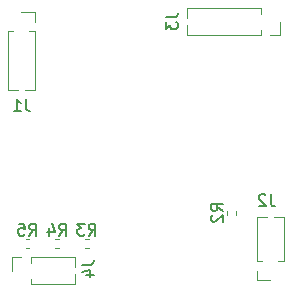
<source format=gbo>
%TF.GenerationSoftware,KiCad,Pcbnew,9.0.5-1.fc42*%
%TF.CreationDate,2025-12-03T04:58:23+01:00*%
%TF.ProjectId,Block-RotaryEncoder-Button,426c6f63-6b2d-4526-9f74-617279456e63,1*%
%TF.SameCoordinates,Original*%
%TF.FileFunction,Legend,Bot*%
%TF.FilePolarity,Positive*%
%FSLAX46Y46*%
G04 Gerber Fmt 4.6, Leading zero omitted, Abs format (unit mm)*
G04 Created by KiCad (PCBNEW 9.0.5-1.fc42) date 2025-12-03 04:58:23*
%MOMM*%
%LPD*%
G01*
G04 APERTURE LIST*
%ADD10C,0.150000*%
%ADD11C,0.120000*%
G04 APERTURE END LIST*
D10*
X133675419Y-123693866D02*
X134389704Y-123693866D01*
X134389704Y-123693866D02*
X134532561Y-123646247D01*
X134532561Y-123646247D02*
X134627800Y-123551009D01*
X134627800Y-123551009D02*
X134675419Y-123408152D01*
X134675419Y-123408152D02*
X134675419Y-123312914D01*
X134008752Y-124598628D02*
X134675419Y-124598628D01*
X133627800Y-124360533D02*
X134342085Y-124122438D01*
X134342085Y-124122438D02*
X134342085Y-124741485D01*
X134227866Y-121230219D02*
X134561199Y-120754028D01*
X134799294Y-121230219D02*
X134799294Y-120230219D01*
X134799294Y-120230219D02*
X134418342Y-120230219D01*
X134418342Y-120230219D02*
X134323104Y-120277838D01*
X134323104Y-120277838D02*
X134275485Y-120325457D01*
X134275485Y-120325457D02*
X134227866Y-120420695D01*
X134227866Y-120420695D02*
X134227866Y-120563552D01*
X134227866Y-120563552D02*
X134275485Y-120658790D01*
X134275485Y-120658790D02*
X134323104Y-120706409D01*
X134323104Y-120706409D02*
X134418342Y-120754028D01*
X134418342Y-120754028D02*
X134799294Y-120754028D01*
X133894532Y-120230219D02*
X133275485Y-120230219D01*
X133275485Y-120230219D02*
X133608818Y-120611171D01*
X133608818Y-120611171D02*
X133465961Y-120611171D01*
X133465961Y-120611171D02*
X133370723Y-120658790D01*
X133370723Y-120658790D02*
X133323104Y-120706409D01*
X133323104Y-120706409D02*
X133275485Y-120801647D01*
X133275485Y-120801647D02*
X133275485Y-121039742D01*
X133275485Y-121039742D02*
X133323104Y-121134980D01*
X133323104Y-121134980D02*
X133370723Y-121182600D01*
X133370723Y-121182600D02*
X133465961Y-121230219D01*
X133465961Y-121230219D02*
X133751675Y-121230219D01*
X133751675Y-121230219D02*
X133846913Y-121182600D01*
X133846913Y-121182600D02*
X133894532Y-121134980D01*
X129198666Y-121230219D02*
X129531999Y-120754028D01*
X129770094Y-121230219D02*
X129770094Y-120230219D01*
X129770094Y-120230219D02*
X129389142Y-120230219D01*
X129389142Y-120230219D02*
X129293904Y-120277838D01*
X129293904Y-120277838D02*
X129246285Y-120325457D01*
X129246285Y-120325457D02*
X129198666Y-120420695D01*
X129198666Y-120420695D02*
X129198666Y-120563552D01*
X129198666Y-120563552D02*
X129246285Y-120658790D01*
X129246285Y-120658790D02*
X129293904Y-120706409D01*
X129293904Y-120706409D02*
X129389142Y-120754028D01*
X129389142Y-120754028D02*
X129770094Y-120754028D01*
X128293904Y-120230219D02*
X128770094Y-120230219D01*
X128770094Y-120230219D02*
X128817713Y-120706409D01*
X128817713Y-120706409D02*
X128770094Y-120658790D01*
X128770094Y-120658790D02*
X128674856Y-120611171D01*
X128674856Y-120611171D02*
X128436761Y-120611171D01*
X128436761Y-120611171D02*
X128341523Y-120658790D01*
X128341523Y-120658790D02*
X128293904Y-120706409D01*
X128293904Y-120706409D02*
X128246285Y-120801647D01*
X128246285Y-120801647D02*
X128246285Y-121039742D01*
X128246285Y-121039742D02*
X128293904Y-121134980D01*
X128293904Y-121134980D02*
X128341523Y-121182600D01*
X128341523Y-121182600D02*
X128436761Y-121230219D01*
X128436761Y-121230219D02*
X128674856Y-121230219D01*
X128674856Y-121230219D02*
X128770094Y-121182600D01*
X128770094Y-121182600D02*
X128817713Y-121134980D01*
X131713266Y-121230219D02*
X132046599Y-120754028D01*
X132284694Y-121230219D02*
X132284694Y-120230219D01*
X132284694Y-120230219D02*
X131903742Y-120230219D01*
X131903742Y-120230219D02*
X131808504Y-120277838D01*
X131808504Y-120277838D02*
X131760885Y-120325457D01*
X131760885Y-120325457D02*
X131713266Y-120420695D01*
X131713266Y-120420695D02*
X131713266Y-120563552D01*
X131713266Y-120563552D02*
X131760885Y-120658790D01*
X131760885Y-120658790D02*
X131808504Y-120706409D01*
X131808504Y-120706409D02*
X131903742Y-120754028D01*
X131903742Y-120754028D02*
X132284694Y-120754028D01*
X130856123Y-120563552D02*
X130856123Y-121230219D01*
X131094218Y-120182600D02*
X131332313Y-120896885D01*
X131332313Y-120896885D02*
X130713266Y-120896885D01*
X145588819Y-119137133D02*
X145112628Y-118803800D01*
X145588819Y-118565705D02*
X144588819Y-118565705D01*
X144588819Y-118565705D02*
X144588819Y-118946657D01*
X144588819Y-118946657D02*
X144636438Y-119041895D01*
X144636438Y-119041895D02*
X144684057Y-119089514D01*
X144684057Y-119089514D02*
X144779295Y-119137133D01*
X144779295Y-119137133D02*
X144922152Y-119137133D01*
X144922152Y-119137133D02*
X145017390Y-119089514D01*
X145017390Y-119089514D02*
X145065009Y-119041895D01*
X145065009Y-119041895D02*
X145112628Y-118946657D01*
X145112628Y-118946657D02*
X145112628Y-118565705D01*
X144684057Y-119518086D02*
X144636438Y-119565705D01*
X144636438Y-119565705D02*
X144588819Y-119660943D01*
X144588819Y-119660943D02*
X144588819Y-119899038D01*
X144588819Y-119899038D02*
X144636438Y-119994276D01*
X144636438Y-119994276D02*
X144684057Y-120041895D01*
X144684057Y-120041895D02*
X144779295Y-120089514D01*
X144779295Y-120089514D02*
X144874533Y-120089514D01*
X144874533Y-120089514D02*
X145017390Y-120041895D01*
X145017390Y-120041895D02*
X145588819Y-119470467D01*
X145588819Y-119470467D02*
X145588819Y-120089514D01*
X149620410Y-117741619D02*
X149620410Y-118455904D01*
X149620410Y-118455904D02*
X149668029Y-118598761D01*
X149668029Y-118598761D02*
X149763267Y-118694000D01*
X149763267Y-118694000D02*
X149906124Y-118741619D01*
X149906124Y-118741619D02*
X150001362Y-118741619D01*
X149191838Y-117836857D02*
X149144219Y-117789238D01*
X149144219Y-117789238D02*
X149048981Y-117741619D01*
X149048981Y-117741619D02*
X148810886Y-117741619D01*
X148810886Y-117741619D02*
X148715648Y-117789238D01*
X148715648Y-117789238D02*
X148668029Y-117836857D01*
X148668029Y-117836857D02*
X148620410Y-117932095D01*
X148620410Y-117932095D02*
X148620410Y-118027333D01*
X148620410Y-118027333D02*
X148668029Y-118170190D01*
X148668029Y-118170190D02*
X149239457Y-118741619D01*
X149239457Y-118741619D02*
X148620410Y-118741619D01*
X128883733Y-109691819D02*
X128883733Y-110406104D01*
X128883733Y-110406104D02*
X128931352Y-110548961D01*
X128931352Y-110548961D02*
X129026590Y-110644200D01*
X129026590Y-110644200D02*
X129169447Y-110691819D01*
X129169447Y-110691819D02*
X129264685Y-110691819D01*
X127883733Y-110691819D02*
X128455161Y-110691819D01*
X128169447Y-110691819D02*
X128169447Y-109691819D01*
X128169447Y-109691819D02*
X128264685Y-109834676D01*
X128264685Y-109834676D02*
X128359923Y-109929914D01*
X128359923Y-109929914D02*
X128455161Y-109977533D01*
X140754019Y-102766266D02*
X141468304Y-102766266D01*
X141468304Y-102766266D02*
X141611161Y-102718647D01*
X141611161Y-102718647D02*
X141706400Y-102623409D01*
X141706400Y-102623409D02*
X141754019Y-102480552D01*
X141754019Y-102480552D02*
X141754019Y-102385314D01*
X140754019Y-103147219D02*
X140754019Y-103766266D01*
X140754019Y-103766266D02*
X141134971Y-103432933D01*
X141134971Y-103432933D02*
X141134971Y-103575790D01*
X141134971Y-103575790D02*
X141182590Y-103671028D01*
X141182590Y-103671028D02*
X141230209Y-103718647D01*
X141230209Y-103718647D02*
X141325447Y-103766266D01*
X141325447Y-103766266D02*
X141563542Y-103766266D01*
X141563542Y-103766266D02*
X141658780Y-103718647D01*
X141658780Y-103718647D02*
X141706400Y-103671028D01*
X141706400Y-103671028D02*
X141754019Y-103575790D01*
X141754019Y-103575790D02*
X141754019Y-103290076D01*
X141754019Y-103290076D02*
X141706400Y-103194838D01*
X141706400Y-103194838D02*
X141658780Y-103147219D01*
D11*
%TO.C,J4*%
X127715000Y-123045000D02*
X127715000Y-124205000D01*
X128525000Y-123045000D02*
X127715000Y-123045000D01*
X129335000Y-123045000D02*
X129335000Y-123538292D01*
X129335000Y-123045000D02*
X133080000Y-123045000D01*
X129335000Y-124871708D02*
X129335000Y-125365000D01*
X129335000Y-125365000D02*
X133080000Y-125365000D01*
X133080000Y-123045000D02*
X133080000Y-123887077D01*
X133080000Y-124522923D02*
X133080000Y-125365000D01*
%TO.C,R3*%
X134214841Y-121565400D02*
X133907559Y-121565400D01*
X134214841Y-122325400D02*
X133907559Y-122325400D01*
%TO.C,R5*%
X129185641Y-121565400D02*
X128878359Y-121565400D01*
X129185641Y-122325400D02*
X128878359Y-122325400D01*
%TO.C,R4*%
X131700241Y-121565400D02*
X131392959Y-121565400D01*
X131700241Y-122325400D02*
X131392959Y-122325400D01*
%TO.C,R2*%
X145924000Y-119150159D02*
X145924000Y-119457441D01*
X146684000Y-119150159D02*
X146684000Y-119457441D01*
%TO.C,J2*%
X148445000Y-119650000D02*
X149287077Y-119650000D01*
X148445000Y-123395000D02*
X148445000Y-119650000D01*
X148445000Y-123395000D02*
X148938292Y-123395000D01*
X148445000Y-124205000D02*
X148445000Y-125015000D01*
X148445000Y-125015000D02*
X149605000Y-125015000D01*
X149922923Y-119650000D02*
X150765000Y-119650000D01*
X150271708Y-123395000D02*
X150765000Y-123395000D01*
X150765000Y-123395000D02*
X150765000Y-119650000D01*
%TO.C,J1*%
X127365000Y-103935000D02*
X127365000Y-108950000D01*
X127858292Y-103935000D02*
X127365000Y-103935000D01*
X128207077Y-108950000D02*
X127365000Y-108950000D01*
X129685000Y-102315000D02*
X128525000Y-102315000D01*
X129685000Y-103125000D02*
X129685000Y-102315000D01*
X129685000Y-103935000D02*
X129191708Y-103935000D01*
X129685000Y-103935000D02*
X129685000Y-108950000D01*
X129685000Y-108950000D02*
X128842923Y-108950000D01*
%TO.C,J3*%
X142510000Y-102807077D02*
X142510000Y-101965000D01*
X142510000Y-104285000D02*
X142510000Y-103442923D01*
X148795000Y-101965000D02*
X142510000Y-101965000D01*
X148795000Y-102458292D02*
X148795000Y-101965000D01*
X148795000Y-104285000D02*
X142510000Y-104285000D01*
X148795000Y-104285000D02*
X148795000Y-103791708D01*
X149605000Y-104285000D02*
X150415000Y-104285000D01*
X150415000Y-104285000D02*
X150415000Y-103125000D01*
%TD*%
M02*

</source>
